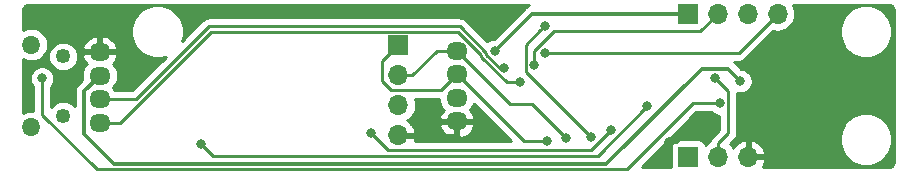
<source format=gbl>
G04 #@! TF.GenerationSoftware,KiCad,Pcbnew,(5.1.2)-1*
G04 #@! TF.CreationDate,2021-06-02T21:36:33+09:00*
G04 #@! TF.ProjectId,es,65732e6b-6963-4616-945f-706362585858,v1.3*
G04 #@! TF.SameCoordinates,Original*
G04 #@! TF.FileFunction,Copper,L2,Bot*
G04 #@! TF.FilePolarity,Positive*
%FSLAX46Y46*%
G04 Gerber Fmt 4.6, Leading zero omitted, Abs format (unit mm)*
G04 Created by KiCad (PCBNEW (5.1.2)-1) date 2021-06-02 21:36:33*
%MOMM*%
%LPD*%
G04 APERTURE LIST*
%ADD10O,1.700000X1.700000*%
%ADD11R,1.700000X1.700000*%
%ADD12O,1.800000X1.524000*%
%ADD13O,1.250000X1.250000*%
%ADD14O,1.550000X1.550000*%
%ADD15C,0.800000*%
%ADD16C,0.300000*%
%ADD17C,0.250000*%
%ADD18C,0.254000*%
G04 APERTURE END LIST*
D10*
X199520000Y-80400000D03*
X196980000Y-80400000D03*
X194440000Y-80400000D03*
D11*
X191900000Y-80400000D03*
D12*
X172360000Y-89500000D03*
X172360000Y-87500000D03*
X172360000Y-85500000D03*
X172360000Y-83500000D03*
D11*
X191960000Y-92500000D03*
D10*
X194500000Y-92500000D03*
X197040000Y-92500000D03*
D12*
X142130000Y-83620000D03*
X142130000Y-85620000D03*
X142130000Y-87620000D03*
X142130000Y-89620000D03*
D13*
X139030000Y-89000000D03*
X139030000Y-84000000D03*
D14*
X136330000Y-90000000D03*
X136330000Y-83000000D03*
D11*
X167400000Y-83060000D03*
D10*
X167400000Y-85600000D03*
X167400000Y-88140000D03*
X167400000Y-90680000D03*
D15*
X175565100Y-83551600D03*
X179977200Y-91192900D03*
X181589200Y-90896000D03*
X179800000Y-83700000D03*
X193350000Y-90200000D03*
X190300000Y-91250000D03*
X196363000Y-86085000D03*
X178900000Y-84750000D03*
X194243900Y-85812200D03*
X165119500Y-90500000D03*
X185400000Y-90250000D03*
X183708600Y-90789500D03*
X179845000Y-81379966D03*
X176387300Y-84968100D03*
X177700000Y-86200000D03*
X188469700Y-88208600D03*
X150700000Y-91399998D03*
X194614300Y-87966500D03*
X137242400Y-85850000D03*
D16*
X175565100Y-83551600D02*
X178716700Y-80400000D01*
X178716700Y-80400000D02*
X191900000Y-80400000D01*
D17*
X172360000Y-85500000D02*
X178052900Y-91192900D01*
X178052900Y-91192900D02*
X179977200Y-91192900D01*
X171010000Y-86850000D02*
X172360000Y-85500000D01*
X166800000Y-86850000D02*
X171010000Y-86850000D01*
X166050000Y-86100000D02*
X166800000Y-86850000D01*
X167400000Y-83060000D02*
X166050000Y-84410000D01*
X166050000Y-84410000D02*
X166050000Y-86100000D01*
X168555300Y-85600000D02*
X170655300Y-83500000D01*
X170655300Y-83500000D02*
X172360000Y-83500000D01*
X167400000Y-85600000D02*
X168555300Y-85600000D01*
X172360000Y-83500000D02*
X176896700Y-88036700D01*
X176896700Y-88036700D02*
X178729900Y-88036700D01*
X178729900Y-88036700D02*
X181589200Y-90896000D01*
X180365685Y-83700000D02*
X179800000Y-83700000D01*
X196220000Y-83700000D02*
X180365685Y-83700000D01*
X199520000Y-80400000D02*
X196220000Y-83700000D01*
X172360000Y-89500000D02*
X172360000Y-90567300D01*
X167400000Y-90680000D02*
X172247300Y-90680000D01*
X172247300Y-90680000D02*
X172360000Y-90567300D01*
X190960998Y-91250000D02*
X190300000Y-91250000D01*
X193350000Y-90200000D02*
X192010998Y-90200000D01*
X192010998Y-90200000D02*
X190960998Y-91250000D01*
D16*
X195301700Y-85023700D02*
X196363000Y-86085000D01*
X193092000Y-85023700D02*
X195301700Y-85023700D01*
X185015700Y-93100000D02*
X193092000Y-85023700D01*
X143300000Y-93100000D02*
X185015700Y-93100000D01*
X140800000Y-86950000D02*
X140800000Y-90600000D01*
X140800000Y-90600000D02*
X143300000Y-93100000D01*
X142130000Y-85620000D02*
X140800000Y-86950000D01*
D17*
X178900000Y-84184315D02*
X178900000Y-84750000D01*
X180556598Y-81850000D02*
X178900000Y-83506598D01*
X194440000Y-80400000D02*
X192990000Y-81850000D01*
X192990000Y-81850000D02*
X180556598Y-81850000D01*
X178900000Y-83506598D02*
X178900000Y-84184315D01*
X194500000Y-91344700D02*
X195330500Y-90514200D01*
X195330500Y-90514200D02*
X195330500Y-86898800D01*
X195330500Y-86898800D02*
X194243900Y-85812200D01*
X194500000Y-92500000D02*
X194500000Y-91344700D01*
X185000001Y-90649999D02*
X185400000Y-90250000D01*
X165119500Y-90500000D02*
X166555000Y-91935500D01*
X183714500Y-91935500D02*
X185000001Y-90649999D01*
X166555000Y-91935500D02*
X183714500Y-91935500D01*
X183708600Y-90789500D02*
X178194999Y-85275899D01*
X179445001Y-81779965D02*
X179845000Y-81379966D01*
X178194999Y-85275899D02*
X178194999Y-83029967D01*
X178194999Y-83029967D02*
X179445001Y-81779965D01*
X142130000Y-87620000D02*
X145215900Y-87620000D01*
X145215900Y-87620000D02*
X151380100Y-81455800D01*
X151380100Y-81455800D02*
X172606200Y-81455800D01*
X172606200Y-81455800D02*
X174859800Y-83709400D01*
X174859800Y-83709400D02*
X174859800Y-83843700D01*
X174859800Y-83843700D02*
X175984200Y-84968100D01*
X175984200Y-84968100D02*
X176387300Y-84968100D01*
X177134315Y-86200000D02*
X177700000Y-86200000D01*
X142130000Y-89620000D02*
X143824600Y-89620000D01*
X174429500Y-84022000D02*
X176607500Y-86200000D01*
X176607500Y-86200000D02*
X177134315Y-86200000D01*
X174429500Y-83896300D02*
X174429500Y-84022000D01*
X172419400Y-81886200D02*
X174429500Y-83896300D01*
X143824600Y-89620000D02*
X151558400Y-81886200D01*
X151558400Y-81886200D02*
X172419400Y-81886200D01*
X151700001Y-92399999D02*
X151099999Y-91799997D01*
X184278301Y-92399999D02*
X151700001Y-92399999D01*
X188469700Y-88208600D02*
X184278301Y-92399999D01*
X151099999Y-91799997D02*
X150700000Y-91399998D01*
X137242400Y-88942400D02*
X137242400Y-86415685D01*
X137242400Y-86415685D02*
X137242400Y-85850000D01*
X192335800Y-87966500D02*
X186747289Y-93555011D01*
X194614300Y-87966500D02*
X192335800Y-87966500D01*
X141855011Y-93555011D02*
X137242400Y-88942400D01*
X186747289Y-93555011D02*
X141855011Y-93555011D01*
D18*
G36*
X193954526Y-88770437D02*
G01*
X194124044Y-88883705D01*
X194312402Y-88961726D01*
X194512361Y-89001500D01*
X194570500Y-89001500D01*
X194570500Y-90199398D01*
X193988998Y-90780901D01*
X193960000Y-90804699D01*
X193936202Y-90833697D01*
X193936201Y-90833698D01*
X193865026Y-90920424D01*
X193794454Y-91052454D01*
X193764180Y-91152258D01*
X193750998Y-91195714D01*
X193748834Y-91217683D01*
X193670986Y-91259294D01*
X193444866Y-91444866D01*
X193420393Y-91474687D01*
X193399502Y-91405820D01*
X193340537Y-91295506D01*
X193261185Y-91198815D01*
X193164494Y-91119463D01*
X193054180Y-91060498D01*
X192934482Y-91024188D01*
X192810000Y-91011928D01*
X191110000Y-91011928D01*
X190985518Y-91024188D01*
X190865820Y-91060498D01*
X190755506Y-91119463D01*
X190658815Y-91198815D01*
X190579463Y-91295506D01*
X190520498Y-91405820D01*
X190484188Y-91525518D01*
X190471928Y-91650000D01*
X190471928Y-93340000D01*
X188037101Y-93340000D01*
X192650602Y-88726500D01*
X193910589Y-88726500D01*
X193954526Y-88770437D01*
X193954526Y-88770437D01*
G37*
X193954526Y-88770437D02*
X194124044Y-88883705D01*
X194312402Y-88961726D01*
X194512361Y-89001500D01*
X194570500Y-89001500D01*
X194570500Y-90199398D01*
X193988998Y-90780901D01*
X193960000Y-90804699D01*
X193936202Y-90833697D01*
X193936201Y-90833698D01*
X193865026Y-90920424D01*
X193794454Y-91052454D01*
X193764180Y-91152258D01*
X193750998Y-91195714D01*
X193748834Y-91217683D01*
X193670986Y-91259294D01*
X193444866Y-91444866D01*
X193420393Y-91474687D01*
X193399502Y-91405820D01*
X193340537Y-91295506D01*
X193261185Y-91198815D01*
X193164494Y-91119463D01*
X193054180Y-91060498D01*
X192934482Y-91024188D01*
X192810000Y-91011928D01*
X191110000Y-91011928D01*
X190985518Y-91024188D01*
X190865820Y-91060498D01*
X190755506Y-91119463D01*
X190658815Y-91198815D01*
X190579463Y-91295506D01*
X190520498Y-91405820D01*
X190484188Y-91525518D01*
X190471928Y-91650000D01*
X190471928Y-93340000D01*
X188037101Y-93340000D01*
X192650602Y-88726500D01*
X193910589Y-88726500D01*
X193954526Y-88770437D01*
G36*
X209065424Y-79669580D02*
G01*
X209128356Y-79688580D01*
X209186405Y-79719445D01*
X209237343Y-79760989D01*
X209279248Y-79811644D01*
X209310515Y-79869471D01*
X209329956Y-79932272D01*
X209340000Y-80027835D01*
X209340001Y-92967711D01*
X209330420Y-93065424D01*
X209311420Y-93128357D01*
X209280554Y-93186406D01*
X209239011Y-93237343D01*
X209188356Y-93279248D01*
X209130529Y-93310515D01*
X209067728Y-93329956D01*
X208972165Y-93340000D01*
X198259812Y-93340000D01*
X198384157Y-93131252D01*
X198481481Y-92856891D01*
X198360814Y-92627000D01*
X197167000Y-92627000D01*
X197167000Y-92647000D01*
X196913000Y-92647000D01*
X196913000Y-92627000D01*
X196893000Y-92627000D01*
X196893000Y-92373000D01*
X196913000Y-92373000D01*
X196913000Y-91179845D01*
X197167000Y-91179845D01*
X197167000Y-92373000D01*
X198360814Y-92373000D01*
X198481481Y-92143109D01*
X198384157Y-91868748D01*
X198235178Y-91618645D01*
X198040269Y-91402412D01*
X197806920Y-91228359D01*
X197544099Y-91103175D01*
X197396890Y-91058524D01*
X197167000Y-91179845D01*
X196913000Y-91179845D01*
X196683110Y-91058524D01*
X196535901Y-91103175D01*
X196273080Y-91228359D01*
X196039731Y-91402412D01*
X195844822Y-91618645D01*
X195775201Y-91735523D01*
X195740706Y-91670986D01*
X195555134Y-91444866D01*
X195510921Y-91408581D01*
X195841504Y-91077998D01*
X195870501Y-91054201D01*
X195965474Y-90938476D01*
X196036046Y-90806447D01*
X196044107Y-90779872D01*
X204765000Y-90779872D01*
X204765000Y-91220128D01*
X204850890Y-91651925D01*
X205019369Y-92058669D01*
X205263962Y-92424729D01*
X205575271Y-92736038D01*
X205941331Y-92980631D01*
X206348075Y-93149110D01*
X206779872Y-93235000D01*
X207220128Y-93235000D01*
X207651925Y-93149110D01*
X208058669Y-92980631D01*
X208424729Y-92736038D01*
X208736038Y-92424729D01*
X208980631Y-92058669D01*
X209149110Y-91651925D01*
X209235000Y-91220128D01*
X209235000Y-90779872D01*
X209149110Y-90348075D01*
X208980631Y-89941331D01*
X208736038Y-89575271D01*
X208424729Y-89263962D01*
X208058669Y-89019369D01*
X207651925Y-88850890D01*
X207220128Y-88765000D01*
X206779872Y-88765000D01*
X206348075Y-88850890D01*
X205941331Y-89019369D01*
X205575271Y-89263962D01*
X205263962Y-89575271D01*
X205019369Y-89941331D01*
X204850890Y-90348075D01*
X204765000Y-90779872D01*
X196044107Y-90779872D01*
X196079503Y-90663186D01*
X196090500Y-90551533D01*
X196090500Y-90551524D01*
X196094176Y-90514201D01*
X196090500Y-90476878D01*
X196090500Y-87086074D01*
X196261061Y-87120000D01*
X196464939Y-87120000D01*
X196664898Y-87080226D01*
X196853256Y-87002205D01*
X197022774Y-86888937D01*
X197166937Y-86744774D01*
X197280205Y-86575256D01*
X197358226Y-86386898D01*
X197398000Y-86186939D01*
X197398000Y-85983061D01*
X197358226Y-85783102D01*
X197280205Y-85594744D01*
X197166937Y-85425226D01*
X197022774Y-85281063D01*
X196853256Y-85167795D01*
X196664898Y-85089774D01*
X196464939Y-85050000D01*
X196438157Y-85050000D01*
X195884047Y-84495890D01*
X195859464Y-84465936D01*
X195852231Y-84460000D01*
X196182678Y-84460000D01*
X196220000Y-84463676D01*
X196257322Y-84460000D01*
X196257333Y-84460000D01*
X196368986Y-84449003D01*
X196512247Y-84405546D01*
X196644276Y-84334974D01*
X196760001Y-84240001D01*
X196783804Y-84210997D01*
X199154005Y-81840797D01*
X199228889Y-81863513D01*
X199447050Y-81885000D01*
X199592950Y-81885000D01*
X199811111Y-81863513D01*
X200091034Y-81778599D01*
X200275739Y-81679872D01*
X204765000Y-81679872D01*
X204765000Y-82120128D01*
X204850890Y-82551925D01*
X205019369Y-82958669D01*
X205263962Y-83324729D01*
X205575271Y-83636038D01*
X205941331Y-83880631D01*
X206348075Y-84049110D01*
X206779872Y-84135000D01*
X207220128Y-84135000D01*
X207651925Y-84049110D01*
X208058669Y-83880631D01*
X208424729Y-83636038D01*
X208736038Y-83324729D01*
X208980631Y-82958669D01*
X209149110Y-82551925D01*
X209235000Y-82120128D01*
X209235000Y-81679872D01*
X209149110Y-81248075D01*
X208980631Y-80841331D01*
X208736038Y-80475271D01*
X208424729Y-80163962D01*
X208058669Y-79919369D01*
X207651925Y-79750890D01*
X207220128Y-79665000D01*
X206779872Y-79665000D01*
X206348075Y-79750890D01*
X205941331Y-79919369D01*
X205575271Y-80163962D01*
X205263962Y-80475271D01*
X205019369Y-80841331D01*
X204850890Y-81248075D01*
X204765000Y-81679872D01*
X200275739Y-81679872D01*
X200349014Y-81640706D01*
X200575134Y-81455134D01*
X200760706Y-81229014D01*
X200898599Y-80971034D01*
X200983513Y-80691111D01*
X201012185Y-80400000D01*
X200983513Y-80108889D01*
X200898599Y-79828966D01*
X200808285Y-79660000D01*
X208967721Y-79660000D01*
X209065424Y-79669580D01*
X209065424Y-79669580D01*
G37*
X209065424Y-79669580D02*
X209128356Y-79688580D01*
X209186405Y-79719445D01*
X209237343Y-79760989D01*
X209279248Y-79811644D01*
X209310515Y-79869471D01*
X209329956Y-79932272D01*
X209340000Y-80027835D01*
X209340001Y-92967711D01*
X209330420Y-93065424D01*
X209311420Y-93128357D01*
X209280554Y-93186406D01*
X209239011Y-93237343D01*
X209188356Y-93279248D01*
X209130529Y-93310515D01*
X209067728Y-93329956D01*
X208972165Y-93340000D01*
X198259812Y-93340000D01*
X198384157Y-93131252D01*
X198481481Y-92856891D01*
X198360814Y-92627000D01*
X197167000Y-92627000D01*
X197167000Y-92647000D01*
X196913000Y-92647000D01*
X196913000Y-92627000D01*
X196893000Y-92627000D01*
X196893000Y-92373000D01*
X196913000Y-92373000D01*
X196913000Y-91179845D01*
X197167000Y-91179845D01*
X197167000Y-92373000D01*
X198360814Y-92373000D01*
X198481481Y-92143109D01*
X198384157Y-91868748D01*
X198235178Y-91618645D01*
X198040269Y-91402412D01*
X197806920Y-91228359D01*
X197544099Y-91103175D01*
X197396890Y-91058524D01*
X197167000Y-91179845D01*
X196913000Y-91179845D01*
X196683110Y-91058524D01*
X196535901Y-91103175D01*
X196273080Y-91228359D01*
X196039731Y-91402412D01*
X195844822Y-91618645D01*
X195775201Y-91735523D01*
X195740706Y-91670986D01*
X195555134Y-91444866D01*
X195510921Y-91408581D01*
X195841504Y-91077998D01*
X195870501Y-91054201D01*
X195965474Y-90938476D01*
X196036046Y-90806447D01*
X196044107Y-90779872D01*
X204765000Y-90779872D01*
X204765000Y-91220128D01*
X204850890Y-91651925D01*
X205019369Y-92058669D01*
X205263962Y-92424729D01*
X205575271Y-92736038D01*
X205941331Y-92980631D01*
X206348075Y-93149110D01*
X206779872Y-93235000D01*
X207220128Y-93235000D01*
X207651925Y-93149110D01*
X208058669Y-92980631D01*
X208424729Y-92736038D01*
X208736038Y-92424729D01*
X208980631Y-92058669D01*
X209149110Y-91651925D01*
X209235000Y-91220128D01*
X209235000Y-90779872D01*
X209149110Y-90348075D01*
X208980631Y-89941331D01*
X208736038Y-89575271D01*
X208424729Y-89263962D01*
X208058669Y-89019369D01*
X207651925Y-88850890D01*
X207220128Y-88765000D01*
X206779872Y-88765000D01*
X206348075Y-88850890D01*
X205941331Y-89019369D01*
X205575271Y-89263962D01*
X205263962Y-89575271D01*
X205019369Y-89941331D01*
X204850890Y-90348075D01*
X204765000Y-90779872D01*
X196044107Y-90779872D01*
X196079503Y-90663186D01*
X196090500Y-90551533D01*
X196090500Y-90551524D01*
X196094176Y-90514201D01*
X196090500Y-90476878D01*
X196090500Y-87086074D01*
X196261061Y-87120000D01*
X196464939Y-87120000D01*
X196664898Y-87080226D01*
X196853256Y-87002205D01*
X197022774Y-86888937D01*
X197166937Y-86744774D01*
X197280205Y-86575256D01*
X197358226Y-86386898D01*
X197398000Y-86186939D01*
X197398000Y-85983061D01*
X197358226Y-85783102D01*
X197280205Y-85594744D01*
X197166937Y-85425226D01*
X197022774Y-85281063D01*
X196853256Y-85167795D01*
X196664898Y-85089774D01*
X196464939Y-85050000D01*
X196438157Y-85050000D01*
X195884047Y-84495890D01*
X195859464Y-84465936D01*
X195852231Y-84460000D01*
X196182678Y-84460000D01*
X196220000Y-84463676D01*
X196257322Y-84460000D01*
X196257333Y-84460000D01*
X196368986Y-84449003D01*
X196512247Y-84405546D01*
X196644276Y-84334974D01*
X196760001Y-84240001D01*
X196783804Y-84210997D01*
X199154005Y-81840797D01*
X199228889Y-81863513D01*
X199447050Y-81885000D01*
X199592950Y-81885000D01*
X199811111Y-81863513D01*
X200091034Y-81778599D01*
X200275739Y-81679872D01*
X204765000Y-81679872D01*
X204765000Y-82120128D01*
X204850890Y-82551925D01*
X205019369Y-82958669D01*
X205263962Y-83324729D01*
X205575271Y-83636038D01*
X205941331Y-83880631D01*
X206348075Y-84049110D01*
X206779872Y-84135000D01*
X207220128Y-84135000D01*
X207651925Y-84049110D01*
X208058669Y-83880631D01*
X208424729Y-83636038D01*
X208736038Y-83324729D01*
X208980631Y-82958669D01*
X209149110Y-82551925D01*
X209235000Y-82120128D01*
X209235000Y-81679872D01*
X209149110Y-81248075D01*
X208980631Y-80841331D01*
X208736038Y-80475271D01*
X208424729Y-80163962D01*
X208058669Y-79919369D01*
X207651925Y-79750890D01*
X207220128Y-79665000D01*
X206779872Y-79665000D01*
X206348075Y-79750890D01*
X205941331Y-79919369D01*
X205575271Y-80163962D01*
X205263962Y-80475271D01*
X205019369Y-80841331D01*
X204850890Y-81248075D01*
X204765000Y-81679872D01*
X200275739Y-81679872D01*
X200349014Y-81640706D01*
X200575134Y-81455134D01*
X200760706Y-81229014D01*
X200898599Y-80971034D01*
X200983513Y-80691111D01*
X201012185Y-80400000D01*
X200983513Y-80108889D01*
X200898599Y-79828966D01*
X200808285Y-79660000D01*
X208967721Y-79660000D01*
X209065424Y-79669580D01*
G36*
X170845214Y-87773860D02*
G01*
X170925096Y-88037195D01*
X171054817Y-88279887D01*
X171229392Y-88492608D01*
X171245663Y-88505961D01*
X171097865Y-88669670D01*
X170957476Y-88904932D01*
X170867780Y-89156930D01*
X170990280Y-89373000D01*
X172233000Y-89373000D01*
X172233000Y-89353000D01*
X172487000Y-89353000D01*
X172487000Y-89373000D01*
X173729720Y-89373000D01*
X173852220Y-89156930D01*
X173762524Y-88904932D01*
X173622135Y-88669670D01*
X173474337Y-88505961D01*
X173490608Y-88492608D01*
X173665183Y-88279887D01*
X173794904Y-88037195D01*
X173801302Y-88016104D01*
X176960697Y-91175500D01*
X168799433Y-91175500D01*
X168841476Y-91036890D01*
X168720155Y-90807000D01*
X167527000Y-90807000D01*
X167527000Y-90827000D01*
X167273000Y-90827000D01*
X167273000Y-90807000D01*
X167253000Y-90807000D01*
X167253000Y-90553000D01*
X167273000Y-90553000D01*
X167273000Y-90533000D01*
X167527000Y-90533000D01*
X167527000Y-90553000D01*
X168720155Y-90553000D01*
X168841476Y-90323110D01*
X168796825Y-90175901D01*
X168671641Y-89913080D01*
X168619422Y-89843070D01*
X170867780Y-89843070D01*
X170957476Y-90095068D01*
X171097865Y-90330330D01*
X171281454Y-90533683D01*
X171501188Y-90697312D01*
X171748622Y-90814929D01*
X172014248Y-90882014D01*
X172233000Y-90738749D01*
X172233000Y-89627000D01*
X172487000Y-89627000D01*
X172487000Y-90738749D01*
X172705752Y-90882014D01*
X172971378Y-90814929D01*
X173218812Y-90697312D01*
X173438546Y-90533683D01*
X173622135Y-90330330D01*
X173762524Y-90095068D01*
X173852220Y-89843070D01*
X173729720Y-89627000D01*
X172487000Y-89627000D01*
X172233000Y-89627000D01*
X170990280Y-89627000D01*
X170867780Y-89843070D01*
X168619422Y-89843070D01*
X168497588Y-89679731D01*
X168281355Y-89484822D01*
X168164477Y-89415201D01*
X168229014Y-89380706D01*
X168455134Y-89195134D01*
X168640706Y-88969014D01*
X168778599Y-88711034D01*
X168863513Y-88431111D01*
X168892185Y-88140000D01*
X168863513Y-87848889D01*
X168791047Y-87610000D01*
X170829075Y-87610000D01*
X170845214Y-87773860D01*
X170845214Y-87773860D01*
G37*
X170845214Y-87773860D02*
X170925096Y-88037195D01*
X171054817Y-88279887D01*
X171229392Y-88492608D01*
X171245663Y-88505961D01*
X171097865Y-88669670D01*
X170957476Y-88904932D01*
X170867780Y-89156930D01*
X170990280Y-89373000D01*
X172233000Y-89373000D01*
X172233000Y-89353000D01*
X172487000Y-89353000D01*
X172487000Y-89373000D01*
X173729720Y-89373000D01*
X173852220Y-89156930D01*
X173762524Y-88904932D01*
X173622135Y-88669670D01*
X173474337Y-88505961D01*
X173490608Y-88492608D01*
X173665183Y-88279887D01*
X173794904Y-88037195D01*
X173801302Y-88016104D01*
X176960697Y-91175500D01*
X168799433Y-91175500D01*
X168841476Y-91036890D01*
X168720155Y-90807000D01*
X167527000Y-90807000D01*
X167527000Y-90827000D01*
X167273000Y-90827000D01*
X167273000Y-90807000D01*
X167253000Y-90807000D01*
X167253000Y-90553000D01*
X167273000Y-90553000D01*
X167273000Y-90533000D01*
X167527000Y-90533000D01*
X167527000Y-90553000D01*
X168720155Y-90553000D01*
X168841476Y-90323110D01*
X168796825Y-90175901D01*
X168671641Y-89913080D01*
X168619422Y-89843070D01*
X170867780Y-89843070D01*
X170957476Y-90095068D01*
X171097865Y-90330330D01*
X171281454Y-90533683D01*
X171501188Y-90697312D01*
X171748622Y-90814929D01*
X172014248Y-90882014D01*
X172233000Y-90738749D01*
X172233000Y-89627000D01*
X172487000Y-89627000D01*
X172487000Y-90738749D01*
X172705752Y-90882014D01*
X172971378Y-90814929D01*
X173218812Y-90697312D01*
X173438546Y-90533683D01*
X173622135Y-90330330D01*
X173762524Y-90095068D01*
X173852220Y-89843070D01*
X173729720Y-89627000D01*
X172487000Y-89627000D01*
X172233000Y-89627000D01*
X170990280Y-89627000D01*
X170867780Y-89843070D01*
X168619422Y-89843070D01*
X168497588Y-89679731D01*
X168281355Y-89484822D01*
X168164477Y-89415201D01*
X168229014Y-89380706D01*
X168455134Y-89195134D01*
X168640706Y-88969014D01*
X168778599Y-88711034D01*
X168863513Y-88431111D01*
X168892185Y-88140000D01*
X168863513Y-87848889D01*
X168791047Y-87610000D01*
X170829075Y-87610000D01*
X170845214Y-87773860D01*
G36*
X178414840Y-79671246D02*
G01*
X178278467Y-79744138D01*
X178218259Y-79793550D01*
X178188887Y-79817655D01*
X178188884Y-79817658D01*
X178158936Y-79842236D01*
X178134358Y-79872184D01*
X175489943Y-82516600D01*
X175463161Y-82516600D01*
X175263202Y-82556374D01*
X175074844Y-82634395D01*
X174945813Y-82720611D01*
X173170004Y-80944803D01*
X173146201Y-80915799D01*
X173030476Y-80820826D01*
X172898447Y-80750254D01*
X172755186Y-80706797D01*
X172643533Y-80695800D01*
X172643522Y-80695800D01*
X172606200Y-80692124D01*
X172568878Y-80695800D01*
X151417422Y-80695800D01*
X151380099Y-80692124D01*
X151342776Y-80695800D01*
X151342767Y-80695800D01*
X151231114Y-80706797D01*
X151087853Y-80750254D01*
X150955824Y-80820826D01*
X150840099Y-80915799D01*
X150816301Y-80944797D01*
X149106639Y-82654459D01*
X149149110Y-82551925D01*
X149235000Y-82120128D01*
X149235000Y-81679872D01*
X149149110Y-81248075D01*
X148980631Y-80841331D01*
X148736038Y-80475271D01*
X148424729Y-80163962D01*
X148058669Y-79919369D01*
X147651925Y-79750890D01*
X147220128Y-79665000D01*
X146779872Y-79665000D01*
X146348075Y-79750890D01*
X145941331Y-79919369D01*
X145575271Y-80163962D01*
X145263962Y-80475271D01*
X145019369Y-80841331D01*
X144850890Y-81248075D01*
X144765000Y-81679872D01*
X144765000Y-82120128D01*
X144850890Y-82551925D01*
X145019369Y-82958669D01*
X145263962Y-83324729D01*
X145575271Y-83636038D01*
X145941331Y-83880631D01*
X146348075Y-84049110D01*
X146779872Y-84135000D01*
X147220128Y-84135000D01*
X147651925Y-84049110D01*
X147754460Y-84006639D01*
X144901099Y-86860000D01*
X143445813Y-86860000D01*
X143435183Y-86840113D01*
X143260608Y-86627392D01*
X143251601Y-86620000D01*
X143260608Y-86612608D01*
X143435183Y-86399887D01*
X143564904Y-86157195D01*
X143644786Y-85893860D01*
X143671759Y-85620000D01*
X143644786Y-85346140D01*
X143564904Y-85082805D01*
X143435183Y-84840113D01*
X143260608Y-84627392D01*
X143244337Y-84614039D01*
X143392135Y-84450330D01*
X143532524Y-84215068D01*
X143622220Y-83963070D01*
X143499720Y-83747000D01*
X142257000Y-83747000D01*
X142257000Y-83767000D01*
X142003000Y-83767000D01*
X142003000Y-83747000D01*
X140760280Y-83747000D01*
X140637780Y-83963070D01*
X140727476Y-84215068D01*
X140867865Y-84450330D01*
X141015663Y-84614039D01*
X140999392Y-84627392D01*
X140824817Y-84840113D01*
X140695096Y-85082805D01*
X140615214Y-85346140D01*
X140588241Y-85620000D01*
X140615214Y-85893860D01*
X140645650Y-85994193D01*
X140272190Y-86367653D01*
X140242236Y-86392236D01*
X140144138Y-86511768D01*
X140071246Y-86648141D01*
X140026359Y-86796114D01*
X140015000Y-86911440D01*
X140015000Y-86911447D01*
X140011203Y-86950000D01*
X140015000Y-86988553D01*
X140015000Y-88214078D01*
X139925265Y-88104735D01*
X139733405Y-87947280D01*
X139514514Y-87830280D01*
X139277003Y-87758232D01*
X139091893Y-87740000D01*
X138968107Y-87740000D01*
X138782997Y-87758232D01*
X138545486Y-87830280D01*
X138326595Y-87947280D01*
X138134735Y-88104735D01*
X138002400Y-88265986D01*
X138002400Y-86553711D01*
X138046337Y-86509774D01*
X138159605Y-86340256D01*
X138237626Y-86151898D01*
X138277400Y-85951939D01*
X138277400Y-85748061D01*
X138237626Y-85548102D01*
X138159605Y-85359744D01*
X138046337Y-85190226D01*
X137902174Y-85046063D01*
X137732656Y-84932795D01*
X137544298Y-84854774D01*
X137344339Y-84815000D01*
X137140461Y-84815000D01*
X136940502Y-84854774D01*
X136752144Y-84932795D01*
X136582626Y-85046063D01*
X136438463Y-85190226D01*
X136325195Y-85359744D01*
X136247174Y-85548102D01*
X136207400Y-85748061D01*
X136207400Y-85951939D01*
X136247174Y-86151898D01*
X136325195Y-86340256D01*
X136438463Y-86509774D01*
X136482401Y-86553712D01*
X136482400Y-88598188D01*
X136399264Y-88590000D01*
X136260736Y-88590000D01*
X136053592Y-88610402D01*
X135787806Y-88691027D01*
X135660000Y-88759341D01*
X135660000Y-84240659D01*
X135787806Y-84308973D01*
X136053592Y-84389598D01*
X136260736Y-84410000D01*
X136399264Y-84410000D01*
X136606408Y-84389598D01*
X136872194Y-84308973D01*
X137117144Y-84178044D01*
X137331844Y-84001844D01*
X137333357Y-84000000D01*
X137763904Y-84000000D01*
X137788232Y-84247003D01*
X137860280Y-84484514D01*
X137977280Y-84703405D01*
X138134735Y-84895265D01*
X138326595Y-85052720D01*
X138545486Y-85169720D01*
X138782997Y-85241768D01*
X138968107Y-85260000D01*
X139091893Y-85260000D01*
X139277003Y-85241768D01*
X139514514Y-85169720D01*
X139733405Y-85052720D01*
X139925265Y-84895265D01*
X140082720Y-84703405D01*
X140199720Y-84484514D01*
X140271768Y-84247003D01*
X140296096Y-84000000D01*
X140271768Y-83752997D01*
X140199720Y-83515486D01*
X140082720Y-83296595D01*
X140066582Y-83276930D01*
X140637780Y-83276930D01*
X140760280Y-83493000D01*
X142003000Y-83493000D01*
X142003000Y-82381251D01*
X142257000Y-82381251D01*
X142257000Y-83493000D01*
X143499720Y-83493000D01*
X143622220Y-83276930D01*
X143532524Y-83024932D01*
X143392135Y-82789670D01*
X143208546Y-82586317D01*
X142988812Y-82422688D01*
X142741378Y-82305071D01*
X142475752Y-82237986D01*
X142257000Y-82381251D01*
X142003000Y-82381251D01*
X141784248Y-82237986D01*
X141518622Y-82305071D01*
X141271188Y-82422688D01*
X141051454Y-82586317D01*
X140867865Y-82789670D01*
X140727476Y-83024932D01*
X140637780Y-83276930D01*
X140066582Y-83276930D01*
X139925265Y-83104735D01*
X139733405Y-82947280D01*
X139514514Y-82830280D01*
X139277003Y-82758232D01*
X139091893Y-82740000D01*
X138968107Y-82740000D01*
X138782997Y-82758232D01*
X138545486Y-82830280D01*
X138326595Y-82947280D01*
X138134735Y-83104735D01*
X137977280Y-83296595D01*
X137860280Y-83515486D01*
X137788232Y-83752997D01*
X137763904Y-84000000D01*
X137333357Y-84000000D01*
X137508044Y-83787144D01*
X137638973Y-83542194D01*
X137719598Y-83276408D01*
X137746822Y-83000000D01*
X137719598Y-82723592D01*
X137638973Y-82457806D01*
X137508044Y-82212856D01*
X137331844Y-81998156D01*
X137117144Y-81821956D01*
X136872194Y-81691027D01*
X136606408Y-81610402D01*
X136399264Y-81590000D01*
X136260736Y-81590000D01*
X136053592Y-81610402D01*
X135787806Y-81691027D01*
X135660000Y-81759341D01*
X135660000Y-80032279D01*
X135669580Y-79934576D01*
X135688580Y-79871644D01*
X135719445Y-79813595D01*
X135760989Y-79762657D01*
X135811644Y-79720752D01*
X135869471Y-79689485D01*
X135932272Y-79670044D01*
X136027835Y-79660000D01*
X178451913Y-79660000D01*
X178414840Y-79671246D01*
X178414840Y-79671246D01*
G37*
X178414840Y-79671246D02*
X178278467Y-79744138D01*
X178218259Y-79793550D01*
X178188887Y-79817655D01*
X178188884Y-79817658D01*
X178158936Y-79842236D01*
X178134358Y-79872184D01*
X175489943Y-82516600D01*
X175463161Y-82516600D01*
X175263202Y-82556374D01*
X175074844Y-82634395D01*
X174945813Y-82720611D01*
X173170004Y-80944803D01*
X173146201Y-80915799D01*
X173030476Y-80820826D01*
X172898447Y-80750254D01*
X172755186Y-80706797D01*
X172643533Y-80695800D01*
X172643522Y-80695800D01*
X172606200Y-80692124D01*
X172568878Y-80695800D01*
X151417422Y-80695800D01*
X151380099Y-80692124D01*
X151342776Y-80695800D01*
X151342767Y-80695800D01*
X151231114Y-80706797D01*
X151087853Y-80750254D01*
X150955824Y-80820826D01*
X150840099Y-80915799D01*
X150816301Y-80944797D01*
X149106639Y-82654459D01*
X149149110Y-82551925D01*
X149235000Y-82120128D01*
X149235000Y-81679872D01*
X149149110Y-81248075D01*
X148980631Y-80841331D01*
X148736038Y-80475271D01*
X148424729Y-80163962D01*
X148058669Y-79919369D01*
X147651925Y-79750890D01*
X147220128Y-79665000D01*
X146779872Y-79665000D01*
X146348075Y-79750890D01*
X145941331Y-79919369D01*
X145575271Y-80163962D01*
X145263962Y-80475271D01*
X145019369Y-80841331D01*
X144850890Y-81248075D01*
X144765000Y-81679872D01*
X144765000Y-82120128D01*
X144850890Y-82551925D01*
X145019369Y-82958669D01*
X145263962Y-83324729D01*
X145575271Y-83636038D01*
X145941331Y-83880631D01*
X146348075Y-84049110D01*
X146779872Y-84135000D01*
X147220128Y-84135000D01*
X147651925Y-84049110D01*
X147754460Y-84006639D01*
X144901099Y-86860000D01*
X143445813Y-86860000D01*
X143435183Y-86840113D01*
X143260608Y-86627392D01*
X143251601Y-86620000D01*
X143260608Y-86612608D01*
X143435183Y-86399887D01*
X143564904Y-86157195D01*
X143644786Y-85893860D01*
X143671759Y-85620000D01*
X143644786Y-85346140D01*
X143564904Y-85082805D01*
X143435183Y-84840113D01*
X143260608Y-84627392D01*
X143244337Y-84614039D01*
X143392135Y-84450330D01*
X143532524Y-84215068D01*
X143622220Y-83963070D01*
X143499720Y-83747000D01*
X142257000Y-83747000D01*
X142257000Y-83767000D01*
X142003000Y-83767000D01*
X142003000Y-83747000D01*
X140760280Y-83747000D01*
X140637780Y-83963070D01*
X140727476Y-84215068D01*
X140867865Y-84450330D01*
X141015663Y-84614039D01*
X140999392Y-84627392D01*
X140824817Y-84840113D01*
X140695096Y-85082805D01*
X140615214Y-85346140D01*
X140588241Y-85620000D01*
X140615214Y-85893860D01*
X140645650Y-85994193D01*
X140272190Y-86367653D01*
X140242236Y-86392236D01*
X140144138Y-86511768D01*
X140071246Y-86648141D01*
X140026359Y-86796114D01*
X140015000Y-86911440D01*
X140015000Y-86911447D01*
X140011203Y-86950000D01*
X140015000Y-86988553D01*
X140015000Y-88214078D01*
X139925265Y-88104735D01*
X139733405Y-87947280D01*
X139514514Y-87830280D01*
X139277003Y-87758232D01*
X139091893Y-87740000D01*
X138968107Y-87740000D01*
X138782997Y-87758232D01*
X138545486Y-87830280D01*
X138326595Y-87947280D01*
X138134735Y-88104735D01*
X138002400Y-88265986D01*
X138002400Y-86553711D01*
X138046337Y-86509774D01*
X138159605Y-86340256D01*
X138237626Y-86151898D01*
X138277400Y-85951939D01*
X138277400Y-85748061D01*
X138237626Y-85548102D01*
X138159605Y-85359744D01*
X138046337Y-85190226D01*
X137902174Y-85046063D01*
X137732656Y-84932795D01*
X137544298Y-84854774D01*
X137344339Y-84815000D01*
X137140461Y-84815000D01*
X136940502Y-84854774D01*
X136752144Y-84932795D01*
X136582626Y-85046063D01*
X136438463Y-85190226D01*
X136325195Y-85359744D01*
X136247174Y-85548102D01*
X136207400Y-85748061D01*
X136207400Y-85951939D01*
X136247174Y-86151898D01*
X136325195Y-86340256D01*
X136438463Y-86509774D01*
X136482401Y-86553712D01*
X136482400Y-88598188D01*
X136399264Y-88590000D01*
X136260736Y-88590000D01*
X136053592Y-88610402D01*
X135787806Y-88691027D01*
X135660000Y-88759341D01*
X135660000Y-84240659D01*
X135787806Y-84308973D01*
X136053592Y-84389598D01*
X136260736Y-84410000D01*
X136399264Y-84410000D01*
X136606408Y-84389598D01*
X136872194Y-84308973D01*
X137117144Y-84178044D01*
X137331844Y-84001844D01*
X137333357Y-84000000D01*
X137763904Y-84000000D01*
X137788232Y-84247003D01*
X137860280Y-84484514D01*
X137977280Y-84703405D01*
X138134735Y-84895265D01*
X138326595Y-85052720D01*
X138545486Y-85169720D01*
X138782997Y-85241768D01*
X138968107Y-85260000D01*
X139091893Y-85260000D01*
X139277003Y-85241768D01*
X139514514Y-85169720D01*
X139733405Y-85052720D01*
X139925265Y-84895265D01*
X140082720Y-84703405D01*
X140199720Y-84484514D01*
X140271768Y-84247003D01*
X140296096Y-84000000D01*
X140271768Y-83752997D01*
X140199720Y-83515486D01*
X140082720Y-83296595D01*
X140066582Y-83276930D01*
X140637780Y-83276930D01*
X140760280Y-83493000D01*
X142003000Y-83493000D01*
X142003000Y-82381251D01*
X142257000Y-82381251D01*
X142257000Y-83493000D01*
X143499720Y-83493000D01*
X143622220Y-83276930D01*
X143532524Y-83024932D01*
X143392135Y-82789670D01*
X143208546Y-82586317D01*
X142988812Y-82422688D01*
X142741378Y-82305071D01*
X142475752Y-82237986D01*
X142257000Y-82381251D01*
X142003000Y-82381251D01*
X141784248Y-82237986D01*
X141518622Y-82305071D01*
X141271188Y-82422688D01*
X141051454Y-82586317D01*
X140867865Y-82789670D01*
X140727476Y-83024932D01*
X140637780Y-83276930D01*
X140066582Y-83276930D01*
X139925265Y-83104735D01*
X139733405Y-82947280D01*
X139514514Y-82830280D01*
X139277003Y-82758232D01*
X139091893Y-82740000D01*
X138968107Y-82740000D01*
X138782997Y-82758232D01*
X138545486Y-82830280D01*
X138326595Y-82947280D01*
X138134735Y-83104735D01*
X137977280Y-83296595D01*
X137860280Y-83515486D01*
X137788232Y-83752997D01*
X137763904Y-84000000D01*
X137333357Y-84000000D01*
X137508044Y-83787144D01*
X137638973Y-83542194D01*
X137719598Y-83276408D01*
X137746822Y-83000000D01*
X137719598Y-82723592D01*
X137638973Y-82457806D01*
X137508044Y-82212856D01*
X137331844Y-81998156D01*
X137117144Y-81821956D01*
X136872194Y-81691027D01*
X136606408Y-81610402D01*
X136399264Y-81590000D01*
X136260736Y-81590000D01*
X136053592Y-81610402D01*
X135787806Y-81691027D01*
X135660000Y-81759341D01*
X135660000Y-80032279D01*
X135669580Y-79934576D01*
X135688580Y-79871644D01*
X135719445Y-79813595D01*
X135760989Y-79762657D01*
X135811644Y-79720752D01*
X135869471Y-79689485D01*
X135932272Y-79670044D01*
X136027835Y-79660000D01*
X178451913Y-79660000D01*
X178414840Y-79671246D01*
G36*
X197107000Y-80273000D02*
G01*
X197127000Y-80273000D01*
X197127000Y-80527000D01*
X197107000Y-80527000D01*
X197107000Y-80547000D01*
X196853000Y-80547000D01*
X196853000Y-80527000D01*
X196833000Y-80527000D01*
X196833000Y-80273000D01*
X196853000Y-80273000D01*
X196853000Y-80253000D01*
X197107000Y-80253000D01*
X197107000Y-80273000D01*
X197107000Y-80273000D01*
G37*
X197107000Y-80273000D02*
X197127000Y-80273000D01*
X197127000Y-80527000D01*
X197107000Y-80527000D01*
X197107000Y-80547000D01*
X196853000Y-80547000D01*
X196853000Y-80527000D01*
X196833000Y-80527000D01*
X196833000Y-80273000D01*
X196853000Y-80273000D01*
X196853000Y-80253000D01*
X197107000Y-80253000D01*
X197107000Y-80273000D01*
M02*

</source>
